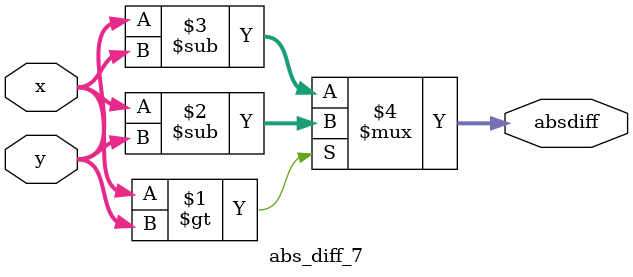
<source format=v>
`timescale 1ns / 1ps

module abs_diff_7(
    input [7:0] x,
    input [7:0] y,
    output [7:0] absdiff
    );
	 
	 assign absdiff = (x>y) ? x-y : y-x;


endmodule

</source>
